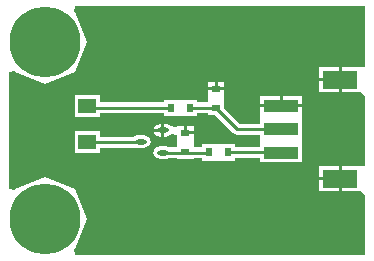
<source format=gtl>
%FSLAX25Y25*%
%MOIN*%
G70*
G01*
G75*
G04 Layer_Physical_Order=1*
G04 Layer_Color=255*
%ADD10R,0.06000X0.05000*%
%ADD11O,0.03937X0.01693*%
%ADD12R,0.11811X0.05906*%
%ADD13R,0.11811X0.03937*%
%ADD14R,0.03150X0.02362*%
%ADD15R,0.02362X0.03150*%
%ADD16C,0.01000*%
%ADD17C,0.03937*%
%ADD18C,0.23622*%
G36*
X120621Y64370D02*
X120621D01*
X119291D01*
X119229Y64370D01*
X119229Y64370D01*
X119229Y64370D01*
X112705D01*
Y60236D01*
Y56102D01*
X119229D01*
X119229Y56102D01*
X119229Y56102D01*
X119291Y56102D01*
X120621Y54772D01*
Y31299D01*
X120621D01*
X119291D01*
X119229Y31299D01*
X119229Y31299D01*
X119229Y31299D01*
X112705D01*
Y27165D01*
Y23031D01*
X119229D01*
X119229Y23031D01*
X119229Y23031D01*
X119291Y23031D01*
X120621Y21701D01*
Y1820D01*
X23901D01*
X23517Y3750D01*
X23723Y3836D01*
X27842Y13780D01*
X23723Y23723D01*
X13780Y27842D01*
X3836Y23723D01*
X3750Y23517D01*
X1820Y23901D01*
Y62713D01*
X3750Y63097D01*
X3836Y62891D01*
X13780Y58772D01*
X23723Y62891D01*
X27842Y72835D01*
X23723Y82778D01*
X23517Y82864D01*
X23901Y84795D01*
X120621D01*
Y64370D01*
D02*
G37*
%LPC*%
G36*
X52650Y42807D02*
X50040D01*
X50476Y41755D01*
X52028Y41113D01*
X52650D01*
Y42807D01*
D02*
G37*
G36*
X63386Y44882D02*
X61130D01*
Y43020D01*
X63386D01*
Y44882D01*
D02*
G37*
G36*
X52650Y45502D02*
X52028D01*
X50476Y44859D01*
X50040Y43807D01*
X52650D01*
Y45502D01*
D02*
G37*
G36*
X111705Y26665D02*
X105118D01*
Y23031D01*
X111705D01*
Y26665D01*
D02*
G37*
G36*
Y31299D02*
X105118D01*
Y27665D01*
X111705D01*
Y31299D01*
D02*
G37*
G36*
X32134Y43051D02*
X23772D01*
Y35689D01*
X32134D01*
Y37551D01*
X44235D01*
X44665Y37372D01*
X46909D01*
X48273Y37937D01*
Y37937D01*
X48273D01*
X48273D01*
Y37937D01*
X48295Y37946D01*
X48461Y38015D01*
X49104Y39567D01*
D01*
X49104Y39567D01*
X48461Y41119D01*
X48295Y41188D01*
X48273Y41197D01*
X48273Y41197D01*
D01*
X48273D01*
Y41197D01*
X46909Y41762D01*
X44665D01*
X43285Y41190D01*
X32134D01*
Y43051D01*
D02*
G37*
G36*
X92020Y54724D02*
X85433D01*
Y52075D01*
X92020D01*
Y54724D01*
D02*
G37*
G36*
X70366Y59449D02*
X68110D01*
Y57587D01*
X70366D01*
Y59449D01*
D02*
G37*
G36*
X73622D02*
X71366D01*
Y57587D01*
X73622D01*
Y59449D01*
D02*
G37*
G36*
X111705Y64370D02*
X105118D01*
Y60736D01*
X111705D01*
Y64370D01*
D02*
G37*
G36*
X99606Y54724D02*
X93020D01*
Y52075D01*
X99606D01*
Y54724D01*
D02*
G37*
G36*
X73622Y56587D02*
X68110D01*
Y54724D01*
X68110Y54724D01*
X68110Y53150D01*
D01*
X68110Y52639D01*
X64567D01*
Y53543D01*
X59842D01*
D01*
D01*
X59842Y53543D01*
X58268D01*
Y53543D01*
X53543D01*
Y52639D01*
X32134D01*
Y55051D01*
X23772D01*
Y47689D01*
X32134D01*
Y48999D01*
X53543D01*
Y48031D01*
X58268D01*
Y48031D01*
X58268D01*
X58268Y48031D01*
X59842D01*
Y48031D01*
X64567D01*
Y48999D01*
X68110D01*
Y48425D01*
X70655D01*
X76666Y42414D01*
X77953Y41881D01*
X85433D01*
X85433Y40551D01*
X85433D01*
X85433Y38976D01*
D01*
X85433Y37764D01*
X77165D01*
Y38701D01*
X72441D01*
D01*
D01*
X72441Y38701D01*
X70866D01*
Y38701D01*
X66142D01*
Y37639D01*
X63386D01*
X63386Y38583D01*
D01*
Y40157D01*
X63386D01*
Y42020D01*
X60630D01*
Y42520D01*
X60130D01*
Y44882D01*
X57874D01*
Y44882D01*
X57586Y44559D01*
X55823Y44859D01*
D01*
X55635Y44937D01*
X55635Y44937D01*
Y44937D01*
X54272Y45502D01*
X53650D01*
Y43307D01*
Y41113D01*
X54272D01*
X55635Y41677D01*
Y41677D01*
X55635D01*
X55635D01*
Y41677D01*
X55657Y41686D01*
X55823Y41755D01*
X55943Y42045D01*
X56205Y41993D01*
Y41993D01*
X57376Y41760D01*
Y41760D01*
X57874Y41661D01*
Y40157D01*
X57874Y40157D01*
X57874Y38583D01*
D01*
X57874Y37639D01*
X55196D01*
X54272Y38021D01*
X52028D01*
X50476Y37379D01*
X49833Y35827D01*
X50476Y34275D01*
X52028Y33632D01*
X54272D01*
X55158Y33999D01*
X57874D01*
Y33858D01*
X63386D01*
Y33999D01*
X66142D01*
Y33189D01*
X70866D01*
Y33189D01*
X70866D01*
X70866Y33189D01*
X72441D01*
Y33189D01*
X77165D01*
Y34125D01*
X85433D01*
Y32677D01*
X99606D01*
Y38976D01*
D01*
Y38976D01*
X99606Y38976D01*
Y40551D01*
X99606D01*
Y46850D01*
D01*
Y46850D01*
X99606Y46850D01*
Y48425D01*
X99606D01*
Y51075D01*
X85433D01*
Y48425D01*
X85433Y48425D01*
X85433Y46850D01*
D01*
X85433Y45520D01*
X78707D01*
X73622Y50605D01*
Y53150D01*
D01*
Y53150D01*
X73622Y53150D01*
Y54724D01*
X73622D01*
Y56587D01*
D02*
G37*
G36*
X111705Y59736D02*
X105118D01*
Y56102D01*
X111705D01*
Y59736D01*
D02*
G37*
%LPD*%
D10*
X27953Y51370D02*
D03*
Y39370D02*
D03*
D11*
X45787Y39567D02*
D03*
X53150Y43307D02*
D03*
Y35827D02*
D03*
D12*
X112205Y27165D02*
D03*
Y60236D02*
D03*
D13*
X92520Y51575D02*
D03*
Y35827D02*
D03*
Y43701D02*
D03*
Y51575D02*
D03*
D14*
X70866Y57087D02*
D03*
Y50787D02*
D03*
X60630Y42520D02*
D03*
Y36220D02*
D03*
D15*
X74803Y35945D02*
D03*
X68504D02*
D03*
X55905Y50787D02*
D03*
X62205D02*
D03*
D16*
X27953Y39370D02*
X45590D01*
X27953Y51370D02*
X28504Y50819D01*
X55905D01*
X53921Y35819D02*
X68504D01*
X74803Y35945D02*
X93921D01*
X77953Y43701D02*
X92520D01*
X70866Y50787D02*
X77953Y43701D01*
X62205Y50819D02*
X70835D01*
D17*
X7516Y79098D02*
D03*
X20043D02*
D03*
X13780Y81693D02*
D03*
X4921Y72835D02*
D03*
X7516Y66571D02*
D03*
X13780Y63976D02*
D03*
X20043Y66571D02*
D03*
X22638Y72835D02*
D03*
X7516Y20043D02*
D03*
X20043D02*
D03*
X13780Y22638D02*
D03*
X4921Y13780D02*
D03*
X7516Y7516D02*
D03*
X13780Y4921D02*
D03*
X20043Y7516D02*
D03*
X22638Y13780D02*
D03*
D18*
X13780Y72835D02*
D03*
Y13780D02*
D03*
M02*

</source>
